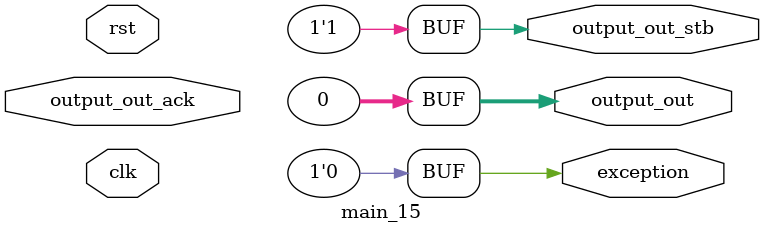
<source format=v>
module main_15 (output_out_ack,clk,rst,output_out,output_out_stb,exception);
  input output_out_ack;
  input clk;
  input rst;
  output [31:0] output_out;
  output output_out_stb;
  output exception;

  assign output_out = 0;
  assign output_out_stb = 1;
  assign exception = 0;
endmodule
</source>
